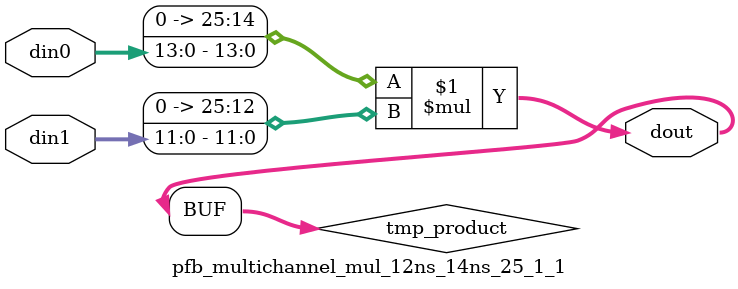
<source format=v>

`timescale 1 ns / 1 ps

  module pfb_multichannel_mul_12ns_14ns_25_1_1(din0, din1, dout);
parameter ID = 1;
parameter NUM_STAGE = 0;
parameter din0_WIDTH = 14;
parameter din1_WIDTH = 12;
parameter dout_WIDTH = 26;

input [din0_WIDTH - 1 : 0] din0; 
input [din1_WIDTH - 1 : 0] din1; 
output [dout_WIDTH - 1 : 0] dout;

wire signed [dout_WIDTH - 1 : 0] tmp_product;










assign tmp_product = $signed({1'b0, din0}) * $signed({1'b0, din1});











assign dout = tmp_product;







endmodule

</source>
